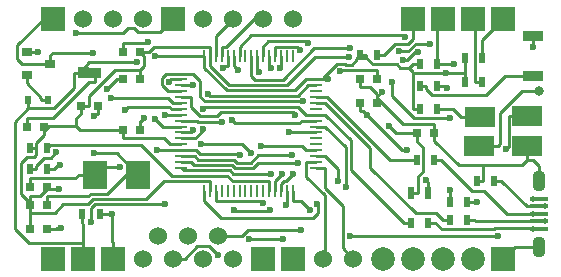
<source format=gbr>
G04 #@! TF.FileFunction,Copper,L1,Top,Signal*
%FSLAX46Y46*%
G04 Gerber Fmt 4.6, Leading zero omitted, Abs format (unit mm)*
G04 Created by KiCad (PCBNEW 4.0.6) date 07/20/17 15:58:59*
%MOMM*%
%LPD*%
G01*
G04 APERTURE LIST*
%ADD10C,0.100000*%
%ADD11R,0.800000X0.750000*%
%ADD12R,0.600000X0.800000*%
%ADD13R,2.000000X2.000000*%
%ADD14R,1.998980X1.998980*%
%ADD15R,2.000000X1.998980*%
%ADD16C,1.998980*%
%ADD17C,1.524000*%
%ADD18R,0.500000X0.900000*%
%ADD19R,1.000000X0.250000*%
%ADD20R,0.250000X1.000000*%
%ADD21R,0.900000X0.800000*%
%ADD22R,1.700000X0.900000*%
%ADD23R,2.500000X1.700000*%
%ADD24R,1.000000X0.900000*%
%ADD25C,0.800000*%
%ADD26R,2.000000X2.400000*%
%ADD27R,0.600000X1.100000*%
%ADD28R,1.500000X0.450000*%
%ADD29O,1.100000X1.800000*%
%ADD30C,0.500000*%
%ADD31C,0.600000*%
%ADD32C,0.250000*%
G04 APERTURE END LIST*
D10*
D11*
X184416000Y-83312000D03*
X185916000Y-83312000D03*
X179590000Y-80772000D03*
X181090000Y-80772000D03*
X151650000Y-89408000D03*
X153150000Y-89408000D03*
X151650000Y-87884000D03*
X153150000Y-87884000D03*
X159524000Y-78740000D03*
X161024000Y-78740000D03*
X159524000Y-76454000D03*
X161024000Y-76454000D03*
X155968000Y-81026000D03*
X157468000Y-81026000D03*
X179590000Y-78740000D03*
X181090000Y-78740000D03*
X159524000Y-83058000D03*
X161024000Y-83058000D03*
D12*
X151550000Y-80518000D03*
X153250000Y-80518000D03*
D13*
X158750000Y-93980000D03*
X191770000Y-93980000D03*
X163830000Y-73660000D03*
D14*
X156210000Y-93980000D03*
D15*
X153670000Y-93980000D03*
D13*
X189230000Y-73660000D03*
X191770000Y-73660000D03*
X184150000Y-73660000D03*
X186690000Y-73660000D03*
D16*
X189230000Y-93980000D03*
X186690000Y-93980000D03*
X184150000Y-93980000D03*
X181610000Y-93980000D03*
D17*
X176530000Y-93980000D03*
D13*
X173990000Y-93980000D03*
X171450000Y-93980000D03*
D18*
X157595000Y-90170000D03*
X156095000Y-90170000D03*
X184670000Y-81280000D03*
X186170000Y-81280000D03*
X151650000Y-86360000D03*
X153150000Y-86360000D03*
X190996000Y-87376000D03*
X189496000Y-87376000D03*
X184416000Y-85598000D03*
X185916000Y-85598000D03*
X187210000Y-90678000D03*
X188710000Y-90678000D03*
X151650000Y-84582000D03*
X153150000Y-84582000D03*
X184670000Y-79375000D03*
X186170000Y-79375000D03*
X188480000Y-78994000D03*
X189980000Y-78994000D03*
X188480000Y-76962000D03*
X189980000Y-76962000D03*
X179590000Y-76708000D03*
X181090000Y-76708000D03*
X184670000Y-77470000D03*
X186170000Y-77470000D03*
D19*
X164480000Y-78800000D03*
X164480000Y-79300000D03*
X164480000Y-79800000D03*
X164480000Y-80300000D03*
X164480000Y-80800000D03*
X164480000Y-81300000D03*
X164480000Y-81800000D03*
X164480000Y-82300000D03*
X164480000Y-82800000D03*
X164480000Y-83300000D03*
X164480000Y-83800000D03*
X164480000Y-84300000D03*
X164480000Y-84800000D03*
X164480000Y-85300000D03*
X164480000Y-85800000D03*
X164480000Y-86300000D03*
D20*
X166430000Y-88250000D03*
X166930000Y-88250000D03*
X167430000Y-88250000D03*
X167930000Y-88250000D03*
X168430000Y-88250000D03*
X168930000Y-88250000D03*
X169430000Y-88250000D03*
X169930000Y-88250000D03*
X170430000Y-88250000D03*
X170930000Y-88250000D03*
X171430000Y-88250000D03*
X171930000Y-88250000D03*
X172430000Y-88250000D03*
X172930000Y-88250000D03*
X173430000Y-88250000D03*
X173930000Y-88250000D03*
D19*
X175880000Y-86300000D03*
X175880000Y-85800000D03*
X175880000Y-85300000D03*
X175880000Y-84800000D03*
X175880000Y-84300000D03*
X175880000Y-83800000D03*
X175880000Y-83300000D03*
X175880000Y-82800000D03*
X175880000Y-82300000D03*
X175880000Y-81800000D03*
X175880000Y-81300000D03*
X175880000Y-80800000D03*
X175880000Y-80300000D03*
X175880000Y-79800000D03*
X175880000Y-79300000D03*
X175880000Y-78800000D03*
D20*
X173930000Y-76850000D03*
X173430000Y-76850000D03*
X172930000Y-76850000D03*
X172430000Y-76850000D03*
X171930000Y-76850000D03*
X171430000Y-76850000D03*
X170930000Y-76850000D03*
X170430000Y-76850000D03*
X169930000Y-76850000D03*
X169430000Y-76850000D03*
X168930000Y-76850000D03*
X168430000Y-76850000D03*
X167930000Y-76850000D03*
X167430000Y-76850000D03*
X166930000Y-76850000D03*
X166430000Y-76850000D03*
D21*
X151400000Y-76520000D03*
X151400000Y-78420000D03*
X153400000Y-77470000D03*
D17*
X162560000Y-92075000D03*
X161290000Y-93980000D03*
X165100000Y-92075000D03*
X166370000Y-93980000D03*
X167640000Y-92075000D03*
X168910000Y-93980000D03*
X163830000Y-93980000D03*
X173990000Y-73660000D03*
X168910000Y-73660000D03*
X179070000Y-93980000D03*
X161290000Y-73660000D03*
X166370000Y-73660000D03*
X171450000Y-73660000D03*
X156210000Y-73660000D03*
X158750000Y-73660000D03*
D22*
X194310000Y-78535000D03*
X194310000Y-75135000D03*
D23*
X193802000Y-84455000D03*
X193802000Y-81915000D03*
X189738000Y-84455000D03*
X189770000Y-81985000D03*
D10*
G36*
X155760000Y-78682000D02*
X155760000Y-77782000D01*
X156660000Y-77782000D01*
X156660000Y-78682000D01*
X155760000Y-78682000D01*
X155760000Y-78682000D01*
G37*
D24*
X157226000Y-78232000D03*
D11*
X153150000Y-91440000D03*
X151650000Y-91440000D03*
X151396000Y-82804000D03*
X152896000Y-82804000D03*
D25*
X194818000Y-79756000D03*
D18*
X188710000Y-89154000D03*
X187210000Y-89154000D03*
D26*
X157154000Y-86868000D03*
X160854000Y-86868000D03*
D27*
X183958000Y-88392000D03*
X185358000Y-88392000D03*
D13*
X153670000Y-73660000D03*
D18*
X183908000Y-90932000D03*
X185408000Y-90932000D03*
D28*
X194818000Y-90170000D03*
X194818000Y-89535000D03*
X194818000Y-90805000D03*
X194818000Y-88900000D03*
X194818000Y-91440000D03*
D29*
X194818000Y-92964000D03*
X194818000Y-87376000D03*
D30*
X195326000Y-90805000D03*
X195326000Y-89535000D03*
X194310000Y-88900000D03*
X194310000Y-90170000D03*
X194310000Y-91440000D03*
D31*
X182119700Y-82769600D03*
X174842000Y-80656700D03*
X194310000Y-76095900D03*
X154135900Y-88064500D03*
X154194700Y-86020300D03*
X152382700Y-76520000D03*
X181459800Y-79870800D03*
X178700800Y-76929700D03*
X180246300Y-81792600D03*
X174126400Y-81804100D03*
X185183200Y-87294800D03*
X183642300Y-84768900D03*
X157114300Y-85075200D03*
X158567100Y-80400800D03*
X159313200Y-86255900D03*
X159774100Y-81409500D03*
X173389100Y-89450600D03*
X173071400Y-92333700D03*
X170268400Y-92333700D03*
X170362700Y-85000300D03*
X166129300Y-84280000D03*
X163139500Y-89394700D03*
X156866100Y-90868400D03*
X158225500Y-79601700D03*
X161681000Y-75627300D03*
X166751400Y-80031400D03*
X157120000Y-81919100D03*
X177962800Y-78122200D03*
X169478200Y-85247800D03*
X162458900Y-84800000D03*
X158618300Y-90236300D03*
X166329800Y-81282100D03*
X157021000Y-76533700D03*
X161361900Y-82110500D03*
X160737800Y-77371800D03*
X162280400Y-76850000D03*
X163141500Y-81800000D03*
X176887300Y-78800000D03*
X171378400Y-89275600D03*
X186940200Y-78294200D03*
X191292200Y-92048200D03*
X178807000Y-92048200D03*
X175413800Y-89875000D03*
X175191200Y-75742900D03*
X167640000Y-93662600D03*
X168943100Y-89874800D03*
X171994000Y-89899200D03*
X173619300Y-83300000D03*
X178434500Y-87893800D03*
X174620000Y-91556600D03*
X172857500Y-77869300D03*
X153920700Y-84993400D03*
X168023700Y-77874700D03*
X167954500Y-82383000D03*
X165489700Y-79300000D03*
X172057100Y-77871300D03*
X174585400Y-76325000D03*
X162300000Y-82140600D03*
X165480300Y-83125000D03*
X166303200Y-83029300D03*
X183422400Y-75193500D03*
X169322100Y-78039500D03*
X182924400Y-76444200D03*
X185538900Y-75793800D03*
X173045400Y-86790400D03*
X173969300Y-86846600D03*
X187575800Y-77470300D03*
X173875900Y-85224600D03*
X174409400Y-85862300D03*
X172132900Y-86786900D03*
X176020500Y-89346300D03*
X168816200Y-82230100D03*
X177781200Y-87409000D03*
X171247900Y-84447600D03*
X178744600Y-76129300D03*
X182353600Y-79008500D03*
X187225600Y-82055400D03*
X187210000Y-88199900D03*
X171092700Y-78198800D03*
X183304600Y-77196000D03*
X184507600Y-76514100D03*
X186961900Y-79530600D03*
X163464800Y-78989900D03*
X155570100Y-74837900D03*
X154313000Y-91350400D03*
X192017800Y-84729200D03*
X189579400Y-89154000D03*
D32*
X183958000Y-88392000D02*
X184583300Y-88392000D01*
X184583300Y-87579200D02*
X184583300Y-88392000D01*
X184557900Y-87553800D02*
X184583300Y-87579200D01*
X184557900Y-87035800D02*
X184557900Y-87553800D01*
X185007400Y-86586300D02*
X184557900Y-87035800D01*
X185007400Y-84603700D02*
X185007400Y-86586300D01*
X184416000Y-84012300D02*
X185007400Y-84603700D01*
X184416000Y-83347100D02*
X184416000Y-84012300D01*
X184416000Y-83347100D02*
X184416000Y-83312000D01*
X184416000Y-83312000D02*
X183690700Y-83312000D01*
X182662100Y-83312000D02*
X182119700Y-82769600D01*
X183690700Y-83312000D02*
X182662100Y-83312000D01*
X166492400Y-80656700D02*
X174842000Y-80656700D01*
X166126100Y-80290400D02*
X166492400Y-80656700D01*
X166126100Y-78986000D02*
X166126100Y-80290400D01*
X165478600Y-78338500D02*
X166126100Y-78986000D01*
X163200900Y-78338500D02*
X165478600Y-78338500D01*
X162835700Y-78703700D02*
X163200900Y-78338500D01*
X162835700Y-79294100D02*
X162835700Y-78703700D01*
X163341600Y-79800000D02*
X162835700Y-79294100D01*
X164480000Y-79800000D02*
X163341600Y-79800000D01*
X192786000Y-92964000D02*
X191770000Y-93980000D01*
X194818000Y-92964000D02*
X192786000Y-92964000D01*
X194818000Y-87376000D02*
X194818000Y-86150700D01*
X152225300Y-84175000D02*
X152896000Y-83504300D01*
X152225300Y-84582000D02*
X152225300Y-84175000D01*
X151650000Y-84582000D02*
X152225300Y-84582000D01*
X194310000Y-88900000D02*
X194818000Y-88900000D01*
X193802000Y-84455000D02*
X193802000Y-85517700D01*
X189496000Y-87376000D02*
X190071300Y-87376000D01*
X194297700Y-85630400D02*
X194818000Y-86150700D01*
X193802000Y-85630400D02*
X194297700Y-85630400D01*
X193802000Y-85517700D02*
X193802000Y-85630400D01*
X152896000Y-82804000D02*
X152896000Y-83154100D01*
X152896000Y-83154100D02*
X152896000Y-83504300D01*
X159524000Y-83058000D02*
X158798700Y-83058000D01*
X180458600Y-79440300D02*
X181090000Y-80071700D01*
X179590000Y-79440300D02*
X180458600Y-79440300D01*
X179590000Y-78740000D02*
X179590000Y-79440300D01*
X161024000Y-76454000D02*
X161749300Y-76454000D01*
X181090000Y-80772000D02*
X181090000Y-80421800D01*
X185916000Y-83123500D02*
X185916000Y-82611700D01*
X185916000Y-83123500D02*
X185916000Y-83312000D01*
X190071300Y-86072000D02*
X190071300Y-87376000D01*
X187975700Y-86072000D02*
X190071300Y-86072000D01*
X185916000Y-84012300D02*
X187975700Y-86072000D01*
X193360400Y-86072000D02*
X193802000Y-85630400D01*
X190071300Y-86072000D02*
X193360400Y-86072000D01*
X185916000Y-83312000D02*
X185916000Y-84012300D01*
X194310000Y-76095900D02*
X194310000Y-75135000D01*
X166930000Y-88250000D02*
X166930000Y-87424700D01*
X159524000Y-83058000D02*
X159524000Y-83758300D01*
X151650000Y-89057800D02*
X151650000Y-89091200D01*
X151650000Y-89408000D02*
X151650000Y-89091200D01*
X151650000Y-89057800D02*
X151650000Y-88707700D01*
X161024000Y-78740000D02*
X161024000Y-78039700D01*
X155968000Y-81026000D02*
X156693300Y-81026000D01*
X161363100Y-76793100D02*
X161024000Y-76454000D01*
X161363100Y-77700600D02*
X161363100Y-76793100D01*
X161024000Y-78039700D02*
X161363100Y-77700600D01*
X151524000Y-89091200D02*
X151650000Y-89091200D01*
X150904500Y-88471700D02*
X151524000Y-89091200D01*
X150904500Y-85898900D02*
X150904500Y-88471700D01*
X151438700Y-85364700D02*
X150904500Y-85898900D01*
X152029700Y-85364700D02*
X151438700Y-85364700D01*
X152225300Y-85169100D02*
X152029700Y-85364700D01*
X152225300Y-84582000D02*
X152225300Y-85169100D01*
X154065000Y-86020300D02*
X153725300Y-86360000D01*
X154194700Y-86020300D02*
X154065000Y-86020300D01*
X153150000Y-86360000D02*
X153725300Y-86360000D01*
X152506800Y-88707700D02*
X153150000Y-88064500D01*
X151650000Y-88707700D02*
X152506800Y-88707700D01*
X153150000Y-88064500D02*
X153150000Y-87884000D01*
X153150000Y-88064500D02*
X154135900Y-88064500D01*
X166930000Y-76437300D02*
X166930000Y-76024700D01*
X166930000Y-76437300D02*
X166930000Y-76850000D01*
X151400000Y-76520000D02*
X152175300Y-76520000D01*
X152175300Y-76520000D02*
X152382700Y-76520000D01*
X151650000Y-91440000D02*
X151650000Y-90108300D01*
X151650000Y-90108300D02*
X151650000Y-89408000D01*
X155968000Y-81026000D02*
X155968000Y-81726300D01*
X162178600Y-76024700D02*
X166930000Y-76024700D01*
X161749300Y-76454000D02*
X162178600Y-76024700D01*
X163002100Y-83758300D02*
X159524000Y-83758300D01*
X163543800Y-84300000D02*
X163002100Y-83758300D01*
X164480000Y-84300000D02*
X163543800Y-84300000D01*
X155598400Y-82095900D02*
X155598400Y-82764500D01*
X155968000Y-81726300D02*
X155598400Y-82095900D01*
X153285600Y-82764500D02*
X152896000Y-83154100D01*
X155598400Y-82764500D02*
X153285600Y-82764500D01*
X155891900Y-83058000D02*
X158798700Y-83058000D01*
X155598400Y-82764500D02*
X155891900Y-83058000D01*
X156693300Y-80248600D02*
X156693300Y-81026000D01*
X158902200Y-78039700D02*
X156693300Y-80248600D01*
X161024000Y-78039700D02*
X158902200Y-78039700D01*
X181090000Y-80421800D02*
X181090000Y-80246700D01*
X181090000Y-80240600D02*
X181090000Y-80071700D01*
X181090000Y-80246700D02*
X181090000Y-80240600D01*
X183279900Y-82611700D02*
X185916000Y-82611700D01*
X181090000Y-80421800D02*
X183279900Y-82611700D01*
X153786400Y-90108300D02*
X151650000Y-90108300D01*
X154523300Y-89371400D02*
X153786400Y-90108300D01*
X156596600Y-89371400D02*
X154523300Y-89371400D01*
X157023600Y-88944400D02*
X156596600Y-89371400D01*
X161522700Y-88944400D02*
X157023600Y-88944400D01*
X163042400Y-87424700D02*
X161522700Y-88944400D01*
X166930000Y-87424700D02*
X163042400Y-87424700D01*
X181090000Y-80240600D02*
X181459800Y-79870800D01*
X175789100Y-76929700D02*
X178700800Y-76929700D01*
X173444400Y-79274400D02*
X175789100Y-76929700D01*
X168539100Y-79274400D02*
X173444400Y-79274400D01*
X166930000Y-77665300D02*
X168539100Y-79274400D01*
X166930000Y-76850000D02*
X166930000Y-77665300D01*
X179590000Y-80772000D02*
X179590000Y-81472300D01*
X164480000Y-80300000D02*
X165305300Y-80300000D01*
X185183200Y-87341900D02*
X185183200Y-87294800D01*
X185358000Y-87516700D02*
X185183200Y-87341900D01*
X185358000Y-88392000D02*
X185358000Y-87516700D01*
X179926000Y-81472300D02*
X180246300Y-81792600D01*
X179590000Y-81472300D02*
X179926000Y-81472300D01*
X183222600Y-84768900D02*
X180246300Y-81792600D01*
X183642300Y-84768900D02*
X183222600Y-84768900D01*
X165305300Y-81141900D02*
X165305300Y-80300000D01*
X166070800Y-81907400D02*
X165305300Y-81141900D01*
X167523700Y-81907400D02*
X166070800Y-81907400D01*
X167826300Y-81604800D02*
X167523700Y-81907400D01*
X173927100Y-81604800D02*
X167826300Y-81604800D01*
X174126400Y-81804100D02*
X173927100Y-81604800D01*
X153150000Y-89408000D02*
X153150000Y-88707700D01*
X160227700Y-86868000D02*
X159716500Y-86868000D01*
X160227700Y-86868000D02*
X160854000Y-86868000D01*
X159017000Y-85075200D02*
X157114300Y-85075200D01*
X160227700Y-86285900D02*
X159017000Y-85075200D01*
X160227700Y-86868000D02*
X160227700Y-86285900D01*
X163392400Y-80400800D02*
X158567100Y-80400800D01*
X163791600Y-80800000D02*
X163392400Y-80400800D01*
X164480000Y-80800000D02*
X163791600Y-80800000D01*
X156623400Y-88707700D02*
X153150000Y-88707700D01*
X156837000Y-88494100D02*
X156623400Y-88707700D01*
X158213500Y-88494100D02*
X156837000Y-88494100D01*
X159716500Y-86991100D02*
X158213500Y-88494100D01*
X159716500Y-86868000D02*
X159716500Y-86991100D01*
X151650000Y-87884000D02*
X151650000Y-87183700D01*
X155513000Y-87183700D02*
X155828700Y-86868000D01*
X151650000Y-87183700D02*
X155513000Y-87183700D01*
X156781300Y-86868000D02*
X157154000Y-86868000D01*
X156781300Y-86868000D02*
X156305000Y-86868000D01*
X156305000Y-86868000D02*
X155828700Y-86868000D01*
X164480000Y-81300000D02*
X163654700Y-81300000D01*
X156917100Y-86255900D02*
X159313200Y-86255900D01*
X156305000Y-86868000D02*
X156917100Y-86255900D01*
X163506900Y-81152200D02*
X163654700Y-81300000D01*
X160031400Y-81152200D02*
X163506900Y-81152200D01*
X159774100Y-81409500D02*
X160031400Y-81152200D01*
X173071400Y-92333700D02*
X170268400Y-92333700D01*
X173430000Y-89409700D02*
X173389100Y-89450600D01*
X173430000Y-88250000D02*
X173430000Y-89409700D01*
X159087200Y-78740000D02*
X159524000Y-78740000D01*
X158225500Y-79601700D02*
X159087200Y-78740000D01*
X156866200Y-90868400D02*
X156866100Y-90868400D01*
X156866200Y-89738700D02*
X156866200Y-90868400D01*
X157210200Y-89394700D02*
X156866200Y-89738700D01*
X163139500Y-89394700D02*
X157210200Y-89394700D01*
X169642400Y-84280000D02*
X166129300Y-84280000D01*
X170362700Y-85000300D02*
X169642400Y-84280000D01*
X159524000Y-76454000D02*
X159524000Y-75753700D01*
X161554600Y-75753700D02*
X161681000Y-75627300D01*
X159524000Y-75753700D02*
X161554600Y-75753700D01*
X175220300Y-79300000D02*
X175880000Y-79300000D01*
X174345300Y-80175000D02*
X175220300Y-79300000D01*
X166895000Y-80175000D02*
X174345300Y-80175000D01*
X166751400Y-80031400D02*
X166895000Y-80175000D01*
X158750000Y-93980000D02*
X158750000Y-92654700D01*
X157468000Y-81026000D02*
X157468000Y-81726300D01*
X157312800Y-81726300D02*
X157468000Y-81726300D01*
X157120000Y-81919100D02*
X157312800Y-81726300D01*
X181090000Y-78740000D02*
X181090000Y-78039700D01*
X164480000Y-84800000D02*
X163654700Y-84800000D01*
X163654700Y-84800000D02*
X162458900Y-84800000D01*
X178045300Y-78039700D02*
X181090000Y-78039700D01*
X177962800Y-78122200D02*
X178045300Y-78039700D01*
X169384100Y-85153700D02*
X169478200Y-85247800D01*
X166118700Y-85153700D02*
X169384100Y-85153700D01*
X165765000Y-84800000D02*
X166118700Y-85153700D01*
X164480000Y-84800000D02*
X165765000Y-84800000D01*
X157595000Y-90170000D02*
X157814100Y-90170000D01*
X158618300Y-92523000D02*
X158618300Y-90236300D01*
X158750000Y-92654700D02*
X158618300Y-92523000D01*
X157880400Y-90236300D02*
X157814100Y-90170000D01*
X158618300Y-90236300D02*
X157880400Y-90236300D01*
X150987100Y-77470000D02*
X153400000Y-77470000D01*
X150624600Y-77107500D02*
X150987100Y-77470000D01*
X150624600Y-75908100D02*
X150624600Y-77107500D01*
X152872700Y-73660000D02*
X150624600Y-75908100D01*
X153670000Y-73660000D02*
X152872700Y-73660000D01*
X153400000Y-77470000D02*
X153400000Y-76744700D01*
X153611000Y-76533700D02*
X157021000Y-76533700D01*
X153400000Y-76744700D02*
X153611000Y-76533700D01*
X161114700Y-82357700D02*
X161024000Y-82357700D01*
X161361900Y-82110500D02*
X161114700Y-82357700D01*
X161024000Y-83058000D02*
X161024000Y-82357700D01*
X175467400Y-81800000D02*
X175054700Y-81800000D01*
X175467400Y-81800000D02*
X175880000Y-81800000D01*
X178884900Y-86484200D02*
X183332700Y-90932000D01*
X178884900Y-83979600D02*
X178884900Y-86484200D01*
X176705300Y-81800000D02*
X178884900Y-83979600D01*
X175880000Y-81800000D02*
X176705300Y-81800000D01*
X183908000Y-90932000D02*
X183332700Y-90932000D01*
X166457400Y-81154500D02*
X166329800Y-81282100D01*
X174409200Y-81154500D02*
X166457400Y-81154500D01*
X175054700Y-81800000D02*
X174409200Y-81154500D01*
X184670000Y-77470000D02*
X184094700Y-77470000D01*
X179590000Y-76708000D02*
X180165300Y-76708000D01*
X156210000Y-93980000D02*
X156210000Y-92655200D01*
X151550000Y-80518000D02*
X151550000Y-81243300D01*
X153696700Y-81243300D02*
X151550000Y-81243300D01*
X155434700Y-79505300D02*
X153696700Y-81243300D01*
X155434700Y-78232000D02*
X155434700Y-79505300D01*
X150409900Y-82383400D02*
X151550000Y-81243300D01*
X150409900Y-91498900D02*
X150409900Y-82383400D01*
X151566200Y-92655200D02*
X150409900Y-91498900D01*
X156210000Y-92655200D02*
X151566200Y-92655200D01*
X156210000Y-78232000D02*
X155822400Y-78232000D01*
X155822400Y-78232000D02*
X155434700Y-78232000D01*
X156676100Y-77371800D02*
X160737800Y-77371800D01*
X155822400Y-78225500D02*
X156676100Y-77371800D01*
X155822400Y-78232000D02*
X155822400Y-78225500D01*
X166430000Y-76850000D02*
X162280400Y-76850000D01*
X166430000Y-76850000D02*
X166430000Y-77675300D01*
X176292700Y-78800000D02*
X175880000Y-78800000D01*
X175880000Y-78800000D02*
X175054700Y-78800000D01*
X156210000Y-91060300D02*
X156210000Y-92655200D01*
X156095000Y-90945300D02*
X156210000Y-91060300D01*
X156095000Y-90170000D02*
X156095000Y-90945300D01*
X184670000Y-81280000D02*
X184094700Y-81280000D01*
X167430000Y-88250000D02*
X167430000Y-89075300D01*
X184094700Y-81280000D02*
X184094700Y-78294200D01*
X188480000Y-76962000D02*
X188480000Y-78294200D01*
X188480000Y-78294200D02*
X188480000Y-78994000D01*
X176292700Y-78800000D02*
X176523200Y-78800000D01*
X180165300Y-76708000D02*
X180165300Y-77008300D01*
X171178100Y-89075300D02*
X171378400Y-89275600D01*
X167430000Y-89075300D02*
X171178100Y-89075300D01*
X188480000Y-78294200D02*
X186940200Y-78294200D01*
X184094700Y-78294200D02*
X186940200Y-78294200D01*
X173930000Y-88250000D02*
X173930000Y-89075300D01*
X164480000Y-81800000D02*
X163141500Y-81800000D01*
X174614100Y-89075300D02*
X173930000Y-89075300D01*
X175413800Y-89875000D02*
X174614100Y-89075300D01*
X191292200Y-92048200D02*
X178807000Y-92048200D01*
X176523200Y-78800000D02*
X176887300Y-78800000D01*
X174130000Y-79724700D02*
X175054700Y-78800000D01*
X168352500Y-79724700D02*
X174130000Y-79724700D01*
X166430000Y-77802200D02*
X168352500Y-79724700D01*
X166430000Y-77675300D02*
X166430000Y-77802200D01*
X179379900Y-77008300D02*
X180165300Y-77008300D01*
X179359500Y-77028700D02*
X179379900Y-77008300D01*
X179359500Y-77028800D02*
X179359500Y-77028700D01*
X179326100Y-77062200D02*
X179359500Y-77028800D01*
X179326100Y-77188800D02*
X179326100Y-77062200D01*
X178959900Y-77555000D02*
X179326100Y-77188800D01*
X178441800Y-77555000D02*
X178959900Y-77555000D01*
X178378300Y-77491500D02*
X178441800Y-77555000D01*
X177708900Y-77491500D02*
X178378300Y-77491500D01*
X176523200Y-78677200D02*
X177708900Y-77491500D01*
X176523200Y-78800000D02*
X176523200Y-78677200D01*
X184094700Y-78172600D02*
X183743400Y-77821300D01*
X184094700Y-78294200D02*
X184094700Y-78172600D01*
X183045600Y-77821300D02*
X183743400Y-77821300D01*
X182760300Y-77536000D02*
X183045600Y-77821300D01*
X180693000Y-77536000D02*
X182760300Y-77536000D01*
X180165300Y-77008300D02*
X180693000Y-77536000D01*
X183743400Y-77821300D02*
X184094700Y-77470000D01*
X152624700Y-80370000D02*
X152624700Y-80518000D01*
X151400000Y-79145300D02*
X152624700Y-80370000D01*
X151400000Y-78420000D02*
X151400000Y-79145300D01*
X153250000Y-80518000D02*
X152624700Y-80518000D01*
X194818000Y-90170000D02*
X194310000Y-90170000D01*
X185916000Y-85598000D02*
X186491300Y-85598000D01*
X189139200Y-88245900D02*
X186491300Y-85598000D01*
X190121300Y-88245900D02*
X189139200Y-88245900D01*
X192045400Y-90170000D02*
X190121300Y-88245900D01*
X194310000Y-90170000D02*
X192045400Y-90170000D01*
X193730300Y-89535000D02*
X194818000Y-89535000D01*
X191571300Y-87376000D02*
X193730300Y-89535000D01*
X190996000Y-87376000D02*
X191571300Y-87376000D01*
X188710000Y-90678000D02*
X189285300Y-90678000D01*
X189412300Y-90805000D02*
X189285300Y-90678000D01*
X194818000Y-90805000D02*
X189412300Y-90805000D01*
X194818000Y-91440000D02*
X194310000Y-91440000D01*
X185408000Y-90932000D02*
X185983300Y-90932000D01*
X186555300Y-91504000D02*
X185983300Y-90932000D01*
X190952100Y-91504000D02*
X186555300Y-91504000D01*
X191033200Y-91422900D02*
X190952100Y-91504000D01*
X194292900Y-91422900D02*
X191033200Y-91422900D01*
X194310000Y-91440000D02*
X194292900Y-91422900D01*
X175022400Y-75574100D02*
X175191200Y-75742900D01*
X171880600Y-75574100D02*
X175022400Y-75574100D01*
X171430000Y-76024700D02*
X171880600Y-75574100D01*
X171430000Y-76850000D02*
X171430000Y-76024700D01*
X175880000Y-83300000D02*
X173619300Y-83300000D01*
X166868400Y-92891000D02*
X167640000Y-93662600D01*
X165871500Y-92891000D02*
X166868400Y-92891000D01*
X164782500Y-93980000D02*
X165871500Y-92891000D01*
X163830000Y-93980000D02*
X164782500Y-93980000D01*
X169014300Y-89946000D02*
X168943100Y-89874800D01*
X171947200Y-89946000D02*
X169014300Y-89946000D01*
X171994000Y-89899200D02*
X171947200Y-89946000D01*
X175880000Y-82800000D02*
X176705300Y-82800000D01*
X170161200Y-91556600D02*
X174620000Y-91556600D01*
X169642900Y-92074900D02*
X170161200Y-91556600D01*
X169642900Y-92075000D02*
X169642900Y-92074900D01*
X167640000Y-92075000D02*
X169642900Y-92075000D01*
X178434500Y-84529200D02*
X178434500Y-87893800D01*
X176705300Y-82800000D02*
X178434500Y-84529200D01*
X172930000Y-76850000D02*
X172930000Y-77675300D01*
X172857500Y-77747800D02*
X172857500Y-77869300D01*
X172930000Y-77675300D02*
X172857500Y-77747800D01*
X167930000Y-76850000D02*
X167930000Y-76024700D01*
X168297500Y-76024700D02*
X167930000Y-76024700D01*
X170662200Y-73660000D02*
X168297500Y-76024700D01*
X171450000Y-73660000D02*
X170662200Y-73660000D01*
X167430000Y-75140000D02*
X168910000Y-73660000D01*
X167430000Y-76850000D02*
X167430000Y-75140000D01*
X175880000Y-86300000D02*
X176705300Y-86300000D01*
X178178300Y-93088300D02*
X179070000Y-93980000D01*
X178178300Y-89498400D02*
X178178300Y-93088300D01*
X176705300Y-88025400D02*
X178178300Y-89498400D01*
X176705300Y-86300000D02*
X176705300Y-88025400D01*
X151650000Y-86360000D02*
X152225300Y-86360000D01*
X152225300Y-86124100D02*
X152225300Y-86360000D01*
X152878400Y-85471000D02*
X152225300Y-86124100D01*
X153443100Y-85471000D02*
X152878400Y-85471000D01*
X153920700Y-84993400D02*
X153443100Y-85471000D01*
X168430000Y-76850000D02*
X168430000Y-77675300D01*
X168223100Y-77675300D02*
X168023700Y-77874700D01*
X168430000Y-77675300D02*
X168223100Y-77675300D01*
X171930000Y-88250000D02*
X171930000Y-87424700D01*
X168860100Y-87424700D02*
X171930000Y-87424700D01*
X168409300Y-86973900D02*
X168860100Y-87424700D01*
X163744600Y-86973900D02*
X168409300Y-86973900D01*
X161128200Y-84357500D02*
X163744600Y-86973900D01*
X153374500Y-84357500D02*
X161128200Y-84357500D01*
X153150000Y-84582000D02*
X153374500Y-84357500D01*
X165909500Y-82383000D02*
X167954500Y-82383000D01*
X165826500Y-82300000D02*
X165909500Y-82383000D01*
X164480000Y-82300000D02*
X165826500Y-82300000D01*
X164480000Y-79300000D02*
X165305300Y-79300000D01*
X165305300Y-79300000D02*
X165489700Y-79300000D01*
X171930000Y-76850000D02*
X171930000Y-77675300D01*
X171930000Y-77744200D02*
X172057100Y-77871300D01*
X171930000Y-77675300D02*
X171930000Y-77744200D01*
X172430000Y-76850000D02*
X172430000Y-76024700D01*
X174285100Y-76024700D02*
X174585400Y-76325000D01*
X172430000Y-76024700D02*
X174285100Y-76024700D01*
X162959400Y-82800000D02*
X162300000Y-82140600D01*
X164480000Y-82800000D02*
X162959400Y-82800000D01*
X164480000Y-83300000D02*
X165305300Y-83300000D01*
X165305300Y-83300000D02*
X165480300Y-83125000D01*
X166303200Y-83200800D02*
X166303200Y-83029300D01*
X165704000Y-83800000D02*
X166303200Y-83200800D01*
X164480000Y-83800000D02*
X165704000Y-83800000D01*
X189980000Y-78994000D02*
X189404700Y-78994000D01*
X189404700Y-73834700D02*
X189230000Y-73660000D01*
X189404700Y-78994000D02*
X189404700Y-73834700D01*
X169430000Y-76850000D02*
X169430000Y-76024700D01*
X183296200Y-75067300D02*
X183422400Y-75193500D01*
X170387400Y-75067300D02*
X183296200Y-75067300D01*
X169430000Y-76024700D02*
X170387400Y-75067300D01*
X189980000Y-75450000D02*
X191770000Y-73660000D01*
X189980000Y-76962000D02*
X189980000Y-75450000D01*
X168930000Y-76850000D02*
X168930000Y-77675300D01*
X169294200Y-78039500D02*
X169322100Y-78039500D01*
X168930000Y-77675300D02*
X169294200Y-78039500D01*
X184343400Y-75793800D02*
X185538900Y-75793800D01*
X183693000Y-76444200D02*
X184343400Y-75793800D01*
X182924400Y-76444200D02*
X183693000Y-76444200D01*
X181090000Y-76708000D02*
X181665300Y-76708000D01*
X172430000Y-87405800D02*
X173045400Y-86790400D01*
X172430000Y-88250000D02*
X172430000Y-87405800D01*
X184150000Y-75350300D02*
X184150000Y-73660000D01*
X183681500Y-75818800D02*
X184150000Y-75350300D01*
X182554500Y-75818800D02*
X183681500Y-75818800D01*
X181665300Y-76708000D02*
X182554500Y-75818800D01*
X186170000Y-77470000D02*
X186170000Y-76694700D01*
X186170000Y-74180000D02*
X186690000Y-73660000D01*
X186170000Y-76694700D02*
X186170000Y-74180000D01*
X173391300Y-87424600D02*
X173969300Y-86846600D01*
X173170300Y-87424600D02*
X173391300Y-87424600D01*
X172930000Y-87664900D02*
X173170300Y-87424600D01*
X172930000Y-88250000D02*
X172930000Y-87664900D01*
X186170000Y-77470000D02*
X186745300Y-77470000D01*
X186745600Y-77470300D02*
X187575800Y-77470300D01*
X186745300Y-77470000D02*
X186745600Y-77470300D01*
X164480000Y-85300000D02*
X165305300Y-85300000D01*
X171022700Y-85224600D02*
X173875900Y-85224600D01*
X171022700Y-85224700D02*
X171022700Y-85224600D01*
X170374300Y-85873100D02*
X171022700Y-85224700D01*
X169219200Y-85873100D02*
X170374300Y-85873100D01*
X168950100Y-85604000D02*
X169219200Y-85873100D01*
X165932100Y-85604000D02*
X168950100Y-85604000D01*
X165628100Y-85300000D02*
X165932100Y-85604000D01*
X165305300Y-85300000D02*
X165628100Y-85300000D01*
X164480000Y-85800000D02*
X165305300Y-85800000D01*
X171022000Y-85862300D02*
X174409400Y-85862300D01*
X170560900Y-86323400D02*
X171022000Y-85862300D01*
X169032600Y-86323400D02*
X170560900Y-86323400D01*
X168763500Y-86054300D02*
X169032600Y-86323400D01*
X165559600Y-86054300D02*
X168763500Y-86054300D01*
X165305300Y-85800000D02*
X165559600Y-86054300D01*
X168859200Y-86786900D02*
X172132900Y-86786900D01*
X168589500Y-86517200D02*
X168859200Y-86786900D01*
X164697200Y-86517200D02*
X168589500Y-86517200D01*
X164480000Y-86300000D02*
X164697200Y-86517200D01*
X166430000Y-88250000D02*
X166430000Y-89075300D01*
X176039200Y-89365000D02*
X176020500Y-89346300D01*
X176039200Y-90135100D02*
X176039200Y-89365000D01*
X175636600Y-90537700D02*
X176039200Y-90135100D01*
X167892400Y-90537700D02*
X175636600Y-90537700D01*
X166430000Y-89075300D02*
X167892400Y-90537700D01*
X169051300Y-82465200D02*
X168816200Y-82230100D01*
X174513600Y-82465200D02*
X169051300Y-82465200D01*
X174678800Y-82300000D02*
X174513600Y-82465200D01*
X175880000Y-82300000D02*
X174678800Y-82300000D01*
X175880000Y-85800000D02*
X175054700Y-85800000D01*
X175054700Y-87036600D02*
X175054700Y-85800000D01*
X176645800Y-88627700D02*
X175054700Y-87036600D01*
X176645800Y-93864200D02*
X176645800Y-88627700D01*
X176530000Y-93980000D02*
X176645800Y-93864200D01*
X175880000Y-85300000D02*
X176705300Y-85300000D01*
X177781200Y-86375900D02*
X177781200Y-87409000D01*
X176705300Y-85300000D02*
X177781200Y-86375900D01*
X175880000Y-84800000D02*
X175054700Y-84800000D01*
X174702300Y-84447600D02*
X171247900Y-84447600D01*
X175054700Y-84800000D02*
X174702300Y-84447600D01*
X187210000Y-88199900D02*
X187210000Y-89154000D01*
X184207200Y-82055400D02*
X187225600Y-82055400D01*
X182353600Y-80201800D02*
X184207200Y-82055400D01*
X182353600Y-79008500D02*
X182353600Y-80201800D01*
X175777900Y-76129300D02*
X178744600Y-76129300D01*
X173083100Y-78824100D02*
X175777900Y-76129300D01*
X170731600Y-78824100D02*
X173083100Y-78824100D01*
X170430000Y-78522500D02*
X170731600Y-78824100D01*
X170430000Y-76850000D02*
X170430000Y-78522500D01*
X189738000Y-84455000D02*
X191313300Y-84455000D01*
X191478800Y-84289500D02*
X191313300Y-84455000D01*
X191478800Y-81647000D02*
X191478800Y-84289500D01*
X193369800Y-79756000D02*
X191478800Y-81647000D01*
X194818000Y-79756000D02*
X193369800Y-79756000D01*
X186170000Y-81280000D02*
X186745300Y-81280000D01*
X189770000Y-81985000D02*
X188194700Y-81985000D01*
X187489700Y-81280000D02*
X186745300Y-81280000D01*
X188194700Y-81985000D02*
X187489700Y-81280000D01*
X184416000Y-85598000D02*
X183840700Y-85598000D01*
X182143600Y-85598000D02*
X183840700Y-85598000D01*
X176845600Y-80300000D02*
X182143600Y-85598000D01*
X175880000Y-80300000D02*
X176845600Y-80300000D01*
X175880000Y-80800000D02*
X176705300Y-80800000D01*
X187210000Y-90678000D02*
X186634700Y-90678000D01*
X180518100Y-84612800D02*
X176705300Y-80800000D01*
X180518100Y-86272600D02*
X180518100Y-84612800D01*
X184348200Y-90102700D02*
X180518100Y-86272600D01*
X186059400Y-90102700D02*
X184348200Y-90102700D01*
X186634700Y-90678000D02*
X186059400Y-90102700D01*
X184670000Y-79375000D02*
X185245300Y-79375000D01*
X191904100Y-78535000D02*
X194310000Y-78535000D01*
X190269300Y-80169800D02*
X191904100Y-78535000D01*
X185752400Y-80169800D02*
X190269300Y-80169800D01*
X185245300Y-79662700D02*
X185752400Y-80169800D01*
X185245300Y-79375000D02*
X185245300Y-79662700D01*
X186170000Y-79375000D02*
X186745300Y-79375000D01*
X186900900Y-79530600D02*
X186961900Y-79530600D01*
X186745300Y-79375000D02*
X186900900Y-79530600D01*
X170930000Y-78036100D02*
X170930000Y-76850000D01*
X171092700Y-78198800D02*
X170930000Y-78036100D01*
X184327300Y-76514100D02*
X184507600Y-76514100D01*
X183645400Y-77196000D02*
X184327300Y-76514100D01*
X183304600Y-77196000D02*
X183645400Y-77196000D01*
X164480000Y-78800000D02*
X163654700Y-78800000D01*
X153150000Y-91440000D02*
X153875300Y-91440000D01*
X163654700Y-78800000D02*
X163464800Y-78989900D01*
X159573600Y-74837900D02*
X155570100Y-74837900D01*
X159573600Y-74837800D02*
X159573600Y-74837900D01*
X159969000Y-74442400D02*
X159573600Y-74837800D01*
X160487100Y-74442400D02*
X159969000Y-74442400D01*
X160853300Y-74808600D02*
X160487100Y-74442400D01*
X162681400Y-74808600D02*
X160853300Y-74808600D01*
X163830000Y-73660000D02*
X162681400Y-74808600D01*
X153964900Y-91350400D02*
X154313000Y-91350400D01*
X153875300Y-91440000D02*
X153964900Y-91350400D01*
X188710000Y-89154000D02*
X189285300Y-89154000D01*
X193802000Y-81915000D02*
X192226700Y-81915000D01*
X189285300Y-89154000D02*
X189579400Y-89154000D01*
X192226700Y-84520300D02*
X192017800Y-84729200D01*
X192226700Y-81915000D02*
X192226700Y-84520300D01*
X153600000Y-82103700D02*
X151396000Y-82103700D01*
X156696400Y-79007300D02*
X153600000Y-82103700D01*
X157226000Y-79007300D02*
X156696400Y-79007300D01*
X157226000Y-78232000D02*
X157226000Y-79007300D01*
X151396000Y-82804000D02*
X151396000Y-82103700D01*
M02*

</source>
